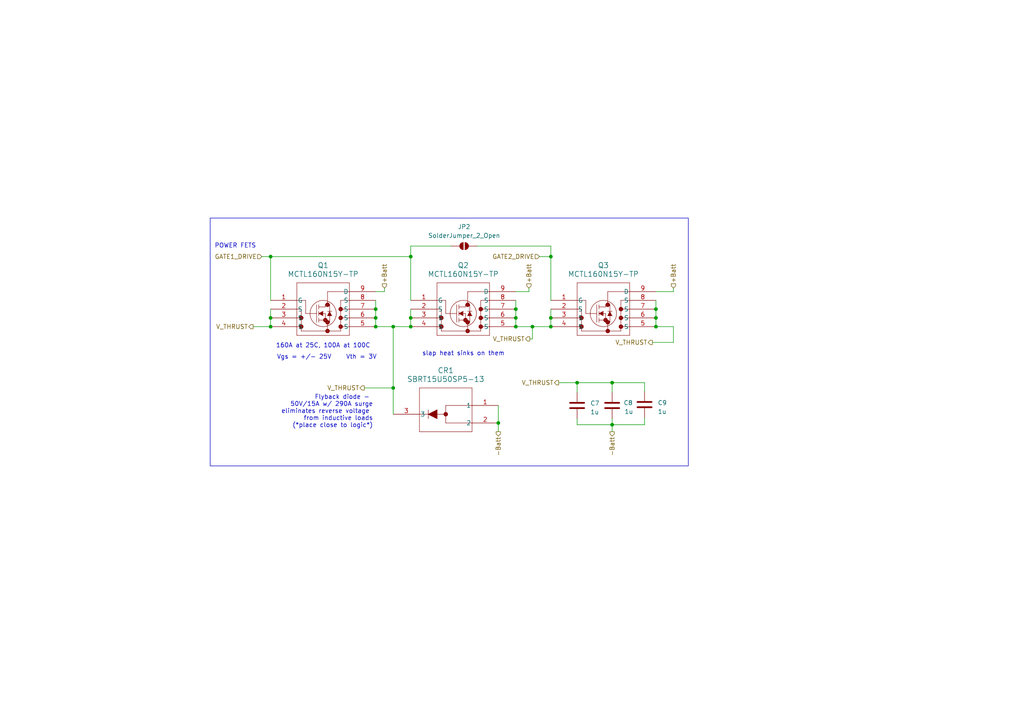
<source format=kicad_sch>
(kicad_sch (version 20231120) (generator "eeschema") (generator_version "8.0")
  (paper "A4")
  (lib_symbols
    (symbol "Device:C" (pin_numbers hide) (pin_names (offset 0.254))
      (property "Reference" "C" (at 0.635 2.54 0))
      (property "Value" "C" (at 0.635 -2.54 0))
      (symbol "C_0_1"
        (polyline (pts (xy -2.032 -0.762) (xy 2.032 -0.762)) (stroke (width 0.508)))
        (polyline (pts (xy -2.032 0.762) (xy 2.032 0.762)) (stroke (width 0.508)))
      )
      (symbol "C_1_1"
        (pin passive line (at 0 3.81 270) (length 2.794) (name "~") (number "1"))
        (pin passive line (at 0 -3.81 90) (length 2.794) (name "~") (number "2"))
      )
    )
    (symbol "Imported_Symbols:MCTL160N15Y-TP" (pin_names (offset 0.254))
      (property "Reference" "Q" (at 15.24 10.16 0))
      (property "Value" "MCTL160N15Y-TP" (at 15.24 7.62 0))
      (symbol "MCTL160N15Y-TP_0_1"
        (polyline (pts (xy 7.62 -10.16) (xy 22.86 -10.16)) (stroke (width 0.127)))
        (polyline (pts (xy 7.62 -7.62) (xy 8.89 -7.62)) (stroke (width 0.127)))
        (polyline (pts (xy 7.62 -5.08) (xy 8.89 -5.08)) (stroke (width 0.127)))
        (polyline (pts (xy 7.62 -2.54) (xy 8.89 -2.54)) (stroke (width 0.127)))
        (polyline (pts (xy 7.62 0) (xy 10.16 0)) (stroke (width 0.127)))
        (polyline (pts (xy 7.62 5.08) (xy 7.62 -10.16)) (stroke (width 0.127)))
        (polyline (pts (xy 8.89 -8.89) (xy 20.32 -8.89)) (stroke (width 0.127)))
        (polyline (pts (xy 8.89 -2.54) (xy 8.89 -8.89)) (stroke (width 0.127)))
        (polyline (pts (xy 10.16 -3.81) (xy 13.335 -3.81)) (stroke (width 0.127)))
        (polyline (pts (xy 10.16 0) (xy 10.16 -3.81)) (stroke (width 0.127)))
        (polyline (pts (xy 13.335 -6.35) (xy 13.335 -1.27)) (stroke (width 0.127)))
        (polyline (pts (xy 13.97 -6.35) (xy 13.97 -5.08)) (stroke (width 0.127)))
        (polyline (pts (xy 13.97 -5.715) (xy 15.875 -5.715)) (stroke (width 0.127)))
        (polyline (pts (xy 13.97 -4.445) (xy 13.97 -3.175)) (stroke (width 0.127)))
        (polyline (pts (xy 13.97 -2.54) (xy 13.97 -1.27)) (stroke (width 0.127)))
        (polyline (pts (xy 13.97 -1.905) (xy 15.875 -1.905)) (stroke (width 0.127)))
        (polyline (pts (xy 14.986 -3.81) (xy 15.875 -3.81)) (stroke (width 0.127)))
        (polyline (pts (xy 15.875 -6.35) (xy 15.875 -3.81)) (stroke (width 0.127)))
        (polyline (pts (xy 15.875 -6.35) (xy 17.145 -6.35)) (stroke (width 0.127)))
        (polyline (pts (xy 15.875 -1.905) (xy 15.875 -1.27)) (stroke (width 0.127)))
        (polyline (pts (xy 15.875 -1.27) (xy 17.145 -1.27)) (stroke (width 0.127)))
        (polyline (pts (xy 16.51 -8.89) (xy 16.51 -6.35)) (stroke (width 0.127)))
        (polyline (pts (xy 16.51 2.54) (xy 16.51 -1.27)) (stroke (width 0.127)))
        (polyline (pts (xy 17.145 -6.35) (xy 17.145 -4.445)) (stroke (width 0.127)))
        (polyline (pts (xy 17.145 -3.175) (xy 17.145 -1.27)) (stroke (width 0.127)))
        (polyline (pts (xy 17.78 -3.175) (xy 16.51 -3.175)) (stroke (width 0.127)))
        (polyline (pts (xy 20.32 -8.89) (xy 20.32 0)) (stroke (width 0.127)))
        (polyline (pts (xy 22.86 -10.16) (xy 22.86 5.08)) (stroke (width 0.127)))
        (polyline (pts (xy 22.86 -7.62) (xy 20.32 -7.62)) (stroke (width 0.127)))
        (polyline (pts (xy 22.86 -5.08) (xy 20.32 -5.08)) (stroke (width 0.127)))
        (polyline (pts (xy 22.86 -2.54) (xy 20.32 -2.54)) (stroke (width 0.127)))
        (polyline (pts (xy 22.86 0) (xy 20.32 0)) (stroke (width 0.127)))
        (polyline (pts (xy 22.86 2.54) (xy 16.51 2.54)) (stroke (width 0.127)))
        (polyline (pts (xy 22.86 5.08) (xy 7.62 5.08)) (stroke (width 0.127)))
        (polyline (pts (xy 15.24 -3.175) (xy 13.97 -3.81) (xy 15.24 -4.445)) (fill (type outline)))
        (polyline (pts (xy 17.78 -4.445) (xy 16.51 -4.445) (xy 17.145 -3.175)) (fill (type outline)))
        (circle (center 8.89 -7.62) (radius 0.127) (stroke (width 0.508)))
        (circle (center 8.89 -5.08) (radius 0.127) (stroke (width 0.508)))
        (circle (center 15.24 -3.81) (radius 3.81) (stroke (width 0.127)))
        (circle (center 15.875 -5.715) (radius 0.127) (stroke (width 0.508)))
        (circle (center 16.51 -8.89) (radius 0.127) (stroke (width 0.508)))
        (circle (center 16.51 -6.35) (radius 0.127) (stroke (width 0.508)))
        (circle (center 16.51 -1.27) (radius 0.127) (stroke (width 0.508)))
        (circle (center 20.32 -7.62) (radius 0.127) (stroke (width 0.508)))
        (circle (center 20.32 -5.08) (radius 0.127) (stroke (width 0.508)))
        (circle (center 20.32 -2.54) (radius 0.127) (stroke (width 0.508)))
      )
      (symbol "MCTL160N15Y-TP_1_1"
        (pin unspecified line (at 0 0 0) (length 7.62) (name "G") (number "1"))
        (pin unspecified line (at 0 -2.54 0) (length 7.62) (name "S") (number "2"))
        (pin unspecified line (at 0 -5.08 0) (length 7.62) (name "S") (number "3"))
        (pin unspecified line (at 0 -7.62 0) (length 7.62) (name "S") (number "4"))
        (pin unspecified line (at 30.48 -7.62 180) (length 7.62) (name "S") (number "5"))
        (pin unspecified line (at 30.48 -5.08 180) (length 7.62) (name "S") (number "6"))
        (pin unspecified line (at 30.48 -2.54 180) (length 7.62) (name "S") (number "7"))
        (pin unspecified line (at 30.48 0 180) (length 7.62) (name "S") (number "8"))
        (pin unspecified line (at 30.48 2.54 180) (length 7.62) (name "D") (number "9"))
      )
    )
    (symbol "Jumper:SolderJumper_2_Open" (pin_numbers hide) (pin_names (offset 0) hide) (exclude_from_sim yes) (in_bom no)
      (property "Reference" "JP" (at 0 2.032 0))
      (property "Value" "SolderJumper_2_Open" (at 0 -2.54 0))
      (symbol "SolderJumper_2_Open_0_1"
        (arc (start -0.254 1.016) (mid -1.2656 0) (end -0.254 -1.016))
        (arc (start -0.254 1.016) (mid -1.2656 0) (end -0.254 -1.016) (fill (type outline)))
        (polyline (pts (xy -0.254 1.016) (xy -0.254 -1.016)))
        (polyline (pts (xy 0.254 1.016) (xy 0.254 -1.016)))
        (arc (start 0.254 -1.016) (mid 1.2656 0) (end 0.254 1.016))
        (arc (start 0.254 -1.016) (mid 1.2656 0) (end 0.254 1.016) (fill (type outline)))
      )
      (symbol "SolderJumper_2_Open_1_1"
        (pin passive line (at -3.81 0 0) (length 2.54) (name "A") (number "1"))
        (pin passive line (at 3.81 0 180) (length 2.54) (name "B") (number "2"))
      )
    )
    (symbol "SBRT15U50SP5_13:SBRT15U50SP5-13" (pin_names (offset 0.254))
      (property "Reference" "CR" (at 15.24 10.16 0))
      (property "Value" "SBRT15U50SP5-13" (at 20.32 7.62 0))
      (symbol "SBRT15U50SP5-13_0_1"
        (polyline (pts (xy 7.62 -7.62) (xy 22.86 -7.62)) (stroke (width 0.127)))
        (polyline (pts (xy 7.62 -5.08) (xy 15.24 -5.08)) (stroke (width 0.127)))
        (polyline (pts (xy 7.62 0) (xy 15.24 0)) (stroke (width 0.127)))
        (polyline (pts (xy 7.62 5.08) (xy 7.62 -7.62)) (stroke (width 0.127)))
        (polyline (pts (xy 15.24 -2.54) (xy 22.86 -2.54)) (stroke (width 0.127)))
        (polyline (pts (xy 15.24 0) (xy 15.24 -5.08)) (stroke (width 0.127)))
        (polyline (pts (xy 17.78 -3.81) (xy 20.32 -2.54)) (stroke (width 0.127)))
        (polyline (pts (xy 17.78 -1.27) (xy 17.78 -3.81)) (stroke (width 0.127)))
        (polyline (pts (xy 17.78 -1.27) (xy 20.32 -2.54)) (stroke (width 0.127)))
        (polyline (pts (xy 20.32 -1.27) (xy 20.32 -3.81)) (stroke (width 0.127)))
        (polyline (pts (xy 22.86 -7.62) (xy 22.86 5.08)) (stroke (width 0.127)))
        (polyline (pts (xy 22.86 5.08) (xy 7.62 5.08)) (stroke (width 0.127)))
        (polyline (pts (xy 17.78 -1.27) (xy 17.78 -3.81) (xy 20.32 -2.54)) (fill (type outline)))
        (circle (center 15.24 -2.54) (radius 0.127) (stroke (width 0.508)))
        (pin unspecified line (at 0 0 0) (length 7.62) (name "1") (number "1"))
        (pin unspecified line (at 0 -5.08 0) (length 7.62) (name "2") (number "2"))
        (pin unspecified line (at 30.48 -2.54 180) (length 7.62) (name "3") (number "3"))
      )
    )
  )
  (junction (at 119.126 74.422))
  (junction (at 177.546 110.998))
  (junction (at 159.766 74.422))
  (junction (at 149.606 94.742))
  (junction (at 190.246 92.202))
  (junction (at 78.486 94.742))
  (junction (at 114.046 112.522))
  (junction (at 154.432 94.742))
  (junction (at 78.486 92.202))
  (junction (at 144.526 122.682))
  (junction (at 119.126 92.202))
  (junction (at 190.246 94.742))
  (junction (at 78.486 74.422))
  (junction (at 167.386 110.998))
  (junction (at 149.606 92.202))
  (junction (at 190.246 89.662))
  (junction (at 159.766 94.742))
  (junction (at 108.966 92.202))
  (junction (at 108.966 94.742))
  (junction (at 114.046 94.742))
  (junction (at 177.546 123.19))
  (junction (at 159.766 92.202))
  (junction (at 149.606 89.662))
  (junction (at 119.126 94.742))
  (junction (at 108.966 89.662))
  (wire (pts (xy 177.546 113.792) (xy 177.546 110.998)))
  (wire (pts (xy 154.432 94.742) (xy 159.766 94.742)))
  (wire (pts (xy 144.526 122.682) (xy 144.526 125.222)))
  (wire (pts (xy 177.546 125.222) (xy 177.546 123.19)))
  (wire (pts (xy 105.664 112.522) (xy 114.046 112.522)))
  (wire (pts (xy 159.766 89.662) (xy 159.766 92.202)))
  (wire (pts (xy 78.486 74.422) (xy 119.126 74.422)))
  (wire (pts (xy 114.046 94.742) (xy 114.046 112.522)))
  (wire (pts (xy 190.246 89.662) (xy 190.246 92.202)))
  (wire (pts (xy 149.606 92.202) (xy 149.606 94.742)))
  (wire (pts (xy 78.486 89.662) (xy 78.486 92.202)))
  (wire (pts (xy 153.67 98.298) (xy 154.432 98.298)))
  (wire (pts (xy 195.326 94.742) (xy 195.326 99.314)))
  (wire (pts (xy 149.606 89.662) (xy 149.606 92.202)))
  (wire (pts (xy 119.126 89.662) (xy 119.126 92.202)))
  (wire (pts (xy 154.432 98.298) (xy 154.432 94.742)))
  (wire (pts (xy 153.416 83.566) (xy 153.416 84.582)))
  (wire (pts (xy 149.606 87.122) (xy 149.606 89.662)))
  (wire (pts (xy 108.966 89.662) (xy 108.966 92.202)))
  (wire (pts (xy 108.966 87.122) (xy 108.966 89.662)))
  (wire (pts (xy 144.526 117.602) (xy 144.526 122.682)))
  (wire (pts (xy 186.944 113.538) (xy 186.944 110.998)))
  (wire (pts (xy 130.81 71.374) (xy 119.126 71.374)))
  (wire (pts (xy 119.126 92.202) (xy 119.126 94.742)))
  (wire (pts (xy 119.126 71.374) (xy 119.126 74.422)))
  (wire (pts (xy 119.126 87.122) (xy 119.126 74.422)))
  (wire (pts (xy 167.386 113.792) (xy 167.386 110.998)))
  (wire (pts (xy 138.43 71.374) (xy 159.766 71.374)))
  (wire (pts (xy 108.966 94.742) (xy 114.046 94.742)))
  (wire (pts (xy 190.246 87.122) (xy 190.246 89.662)))
  (wire (pts (xy 114.046 94.742) (xy 119.126 94.742)))
  (wire (pts (xy 167.386 123.19) (xy 177.546 123.19)))
  (wire (pts (xy 167.386 121.412) (xy 167.386 123.19)))
  (wire (pts (xy 78.486 92.202) (xy 78.486 94.742)))
  (wire (pts (xy 177.546 110.998) (xy 186.944 110.998)))
  (wire (pts (xy 190.246 84.582) (xy 195.326 84.582)))
  (wire (pts (xy 195.326 83.566) (xy 195.326 84.582)))
  (wire (pts (xy 159.766 87.122) (xy 159.766 74.422)))
  (wire (pts (xy 190.246 92.202) (xy 190.246 94.742)))
  (wire (pts (xy 186.944 121.158) (xy 186.944 123.19)))
  (wire (pts (xy 156.464 74.422) (xy 159.766 74.422)))
  (wire (pts (xy 108.966 92.202) (xy 108.966 94.742)))
  (wire (pts (xy 78.486 74.422) (xy 78.486 87.122)))
  (wire (pts (xy 111.506 83.566) (xy 111.506 84.582)))
  (wire (pts (xy 108.966 84.582) (xy 111.506 84.582)))
  (wire (pts (xy 162.052 110.998) (xy 167.386 110.998)))
  (wire (pts (xy 73.406 94.742) (xy 78.486 94.742)))
  (wire (pts (xy 149.606 84.582) (xy 153.416 84.582)))
  (wire (pts (xy 159.766 92.202) (xy 159.766 94.742)))
  (wire (pts (xy 195.326 99.314) (xy 189.23 99.314)))
  (wire (pts (xy 190.246 94.742) (xy 195.326 94.742)))
  (wire (pts (xy 78.486 74.422) (xy 75.946 74.422)))
  (wire (pts (xy 177.546 123.19) (xy 186.944 123.19)))
  (wire (pts (xy 114.046 112.522) (xy 114.046 120.142)))
  (wire (pts (xy 149.606 94.742) (xy 154.432 94.742)))
  (wire (pts (xy 177.546 121.412) (xy 177.546 123.19)))
  (wire (pts (xy 167.386 110.998) (xy 177.546 110.998)))
  (wire (pts (xy 159.766 71.374) (xy 159.766 74.422)))
  (rectangle (start 60.96 63.246) (end 199.644 135.128))
  (text "slap heat sinks on them" (at 122.428 102.616 0) (effects (font (size 1.27 1.27)) (justify left)))
  (text "POWER FETS" (at 62.23 71.374 0) (effects (font (size 1.27 1.27)) (justify left)))
  (text "Flyback diode - \n50V/15A w/ 290A surge\neliminates reverse voltage \nfrom inductive loads\n(*place close to logic*)\n " (at 108.204 126.238 0) (effects (font (size 1.27 1.27)) (justify right bottom)))
  (text "160A at 25C, 100A at 100C" (at 80.01 100.33 0) (effects (font (size 1.27 1.27)) (justify left)))
  (text "Vgs = +/- 25V" (at 80.264 103.632 0) (effects (font (size 1.27 1.27)) (justify left)))
  (text "Vth = 3V" (at 100.33 103.632 0) (effects (font (size 1.27 1.27)) (justify left)))
  (hierarchical_label "V_THRUST" (shape output) (at 162.052 110.998 180))
  (hierarchical_label "V_THRUST" (shape output) (at 153.67 98.298 180))
  (hierarchical_label "+Batt" (shape input) (at 153.416 83.566 90))
  (hierarchical_label "-Batt" (shape output) (at 177.546 125.222 270))
  (hierarchical_label "GATE1_DRIVE" (shape input) (at 75.946 74.422 180))
  (hierarchical_label "V_THRUST" (shape output) (at 73.406 94.742 180))
  (hierarchical_label "-Batt" (shape output) (at 144.526 125.222 270))
  (hierarchical_label "+Batt" (shape input) (at 111.506 83.566 90))
  (hierarchical_label "GATE2_DRIVE" (shape input) (at 156.464 74.422 180))
  (hierarchical_label "V_THRUST" (shape output) (at 189.23 99.314 180))
  (hierarchical_label "+Batt" (shape input) (at 195.326 83.566 90))
  (hierarchical_label "V_THRUST" (shape output) (at 105.664 112.522 180))
  (symbol (lib_id "Imported_Symbols:MCTL160N15Y-TP") (at 119.126 87.122 0) (unit 1)
    (property "Reference" "Q2" (at 134.366 76.962 0) (effects (font (size 1.524 1.524))))
    (property "Value" "MCTL160N15Y-TP" (at 134.366 79.502 0) (effects (font (size 1.524 1.524))))
    (property "Footprint" "Imported_Footprints:TOLL-8L_MCC" (effects (hide yes)))
    (property "Datasheet" "https://www.mccsemi.com/pdf/Products/MCTL160N15Y(TOLL-8).pdf" (effects (hide yes)))
    (property "MFR" "Micro Commercial Co" (effects (hide yes)))
    (property "MFR S/N" "MCTL160N15Y-TP" (effects (hide yes)))
    (property "Supplier 1" "https://www.digikey.com/en/products/detail/micro-commercial-co/MCTL160N15Y-TP/21097834" (effects (hide yes)))
    (property "Supplier 1 S/N" "353-MCTL160N15Y-TPCT-ND" (effects (hide yes)))
  )
  (symbol (lib_id "Device:C") (at 177.546 117.602 0) (unit 1)
    (property "Reference" "C8" (at 180.848 116.84 0) (effects (justify left)))
    (property "Value" "1u" (at 181.102 119.38 0) (effects (justify left)))
    (property "Footprint" "Imported_Footprints:U2-D_NCH" (effects (hide yes)))
    (property "MFR" "Nichicon" (effects (hide yes)))
    (property "MFR S/N" "UCB1V0R1MCL1GS" (effects (hide yes)))
    (property "Supplier 1" "https://www.digikey.com/en/products/detail/nichicon/UCB1V0R1MCL1GS/3974069" (effects (hide yes)))
    (property "Supplier 1 S/N" "493-9956-1-ND" (effects (hide yes)))
  )
  (symbol (lib_id "Device:C") (at 186.944 117.348 0) (unit 1)
    (property "Reference" "C9" (at 190.754 116.84 0) (effects (justify left)))
    (property "Value" "1u" (at 190.754 119.38 0) (effects (justify left)))
    (property "Footprint" "Imported_Footprints:U2-D_NCH" (effects (hide yes)))
    (property "MFR" "Nichicon" (effects (hide yes)))
    (property "MFR S/N" "UCB1V0R1MCL1GS" (effects (hide yes)))
    (property "Supplier 1" "https://www.digikey.com/en/products/detail/nichicon/UCB1V0R1MCL1GS/3974069" (effects (hide yes)))
    (property "Supplier 1 S/N" "493-9956-1-ND" (effects (hide yes)))
  )
  (symbol (lib_id "Imported_Symbols:MCTL160N15Y-TP") (at 78.486 87.122 0) (unit 1)
    (property "Reference" "Q1" (at 93.726 76.962 0) (effects (font (size 1.524 1.524))))
    (property "Value" "MCTL160N15Y-TP" (at 93.726 79.502 0) (effects (font (size 1.524 1.524))))
    (property "Footprint" "Imported_Footprints:TOLL-8L_MCC" (effects (hide yes)))
    (property "Datasheet" "https://www.mccsemi.com/pdf/Products/MCTL160N15Y(TOLL-8).pdf" (effects (hide yes)))
    (property "MFR" "Micro Commercial Co" (effects (hide yes)))
    (property "MFR S/N" "MCTL160N15Y-TP" (effects (hide yes)))
    (property "Supplier 1" "https://www.digikey.com/en/products/detail/micro-commercial-co/MCTL160N15Y-TP/21097834" (effects (hide yes)))
    (property "Supplier 1 S/N" "353-MCTL160N15Y-TPCT-ND" (effects (hide yes)))
  )
  (symbol (lib_id "Device:C") (at 167.386 117.602 0) (unit 1)
    (property "Reference" "C7" (at 171.196 116.967 0) (effects (justify left)))
    (property "Value" "1u" (at 171.196 119.507 0) (effects (justify left)))
    (property "Footprint" "Imported_Footprints:U2-D_NCH" (effects (hide yes)))
    (property "MFR" "Nichicon" (effects (hide yes)))
    (property "MFR S/N" "UCB1V0R1MCL1GS" (effects (hide yes)))
    (property "Supplier 1" "https://www.digikey.com/en/products/detail/nichicon/UCB1V0R1MCL1GS/3974069" (effects (hide yes)))
    (property "Supplier 1 S/N" "493-9956-1-ND" (effects (hide yes)))
  )
  (symbol (lib_id "SBRT15U50SP5_13:SBRT15U50SP5-13") (at 144.526 117.602 0) (mirror y) (unit 1)
    (property "Reference" "CR1" (at 129.286 107.442 0) (effects (font (size 1.524 1.524))))
    (property "Value" "SBRT15U50SP5-13" (at 129.286 109.982 0) (effects (font (size 1.524 1.524))))
    (property "Footprint" "Imported_Footprints:POWERDI5_DIO" (effects (hide yes)))
    (property "Datasheet" "https://mm.digikey.com/Volume0/opasdata/d220001/medias/docus/513/SBRT15U50SP5.pdf" (effects (hide yes)))
    (property "MFR" "Diodes Incorporated" (effects (hide yes)))
    (property "MFR S/N" "SBRT15U50SP5-13" (effects (hide yes)))
    (property "Supplier 1" "https://www.digikey.com/en/products/detail/diodes-incorporated/SBRT15U50SP5-13/4567773" (effects (hide yes)))
    (property "Supplier 1 S/N" "SBRT15U50SP5-13DICT-ND" (effects (hide yes)))
  )
  (symbol (lib_id "Jumper:SolderJumper_2_Open") (at 134.62 71.374 0) (unit 1) (exclude_from_sim yes) (in_bom no)
    (property "Reference" "JP2" (at 134.62 65.786 0))
    (property "Value" "SolderJumper_2_Open" (at 134.62 68.326 0))
    (property "Footprint" "Jumper:SolderJumper-2_P1.3mm_Open_RoundedPad1.0x1.5mm" (effects (hide yes)))
    (property "Description" "Solder Jumper, 2-pole, open" (effects (hide yes)))
  )
  (symbol (lib_id "Imported_Symbols:MCTL160N15Y-TP") (at 159.766 87.122 0) (unit 1)
    (property "Reference" "Q3" (at 175.006 76.962 0) (effects (font (size 1.524 1.524))))
    (property "Value" "MCTL160N15Y-TP" (at 175.006 79.502 0) (effects (font (size 1.524 1.524))))
    (property "Footprint" "Imported_Footprints:TOLL-8L_MCC" (effects (hide yes)))
    (property "Datasheet" "https://www.mccsemi.com/pdf/Products/MCTL160N15Y(TOLL-8).pdf" (effects (hide yes)))
    (property "MFR" "Micro Commercial Co" (effects (hide yes)))
    (property "MFR S/N" "MCTL160N15Y-TP" (effects (hide yes)))
    (property "Supplier 1" "https://www.digikey.com/en/products/detail/micro-commercial-co/MCTL160N15Y-TP/21097834" (effects (hide yes)))
    (property "Supplier 1 S/N" "353-MCTL160N15Y-TPCT-ND" (effects (hide yes)))
  )
)
</source>
